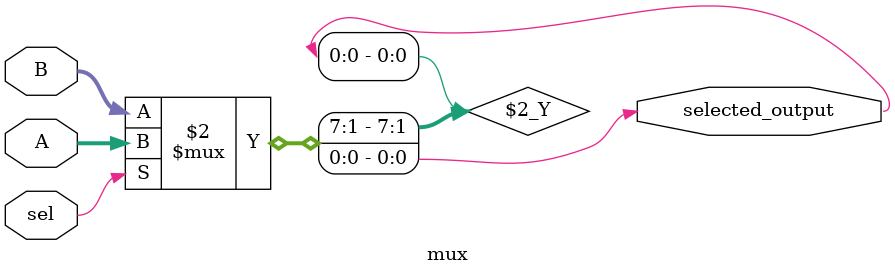
<source format=v>
`timescale 1ns / 1ps
module mux(
    input [7:0] A,
    input [7:0] B,
	 input sel,
    output selected_output
    );
	 
	  assign selected_output = ((sel == 1) ? A : B);

	
endmodule

</source>
